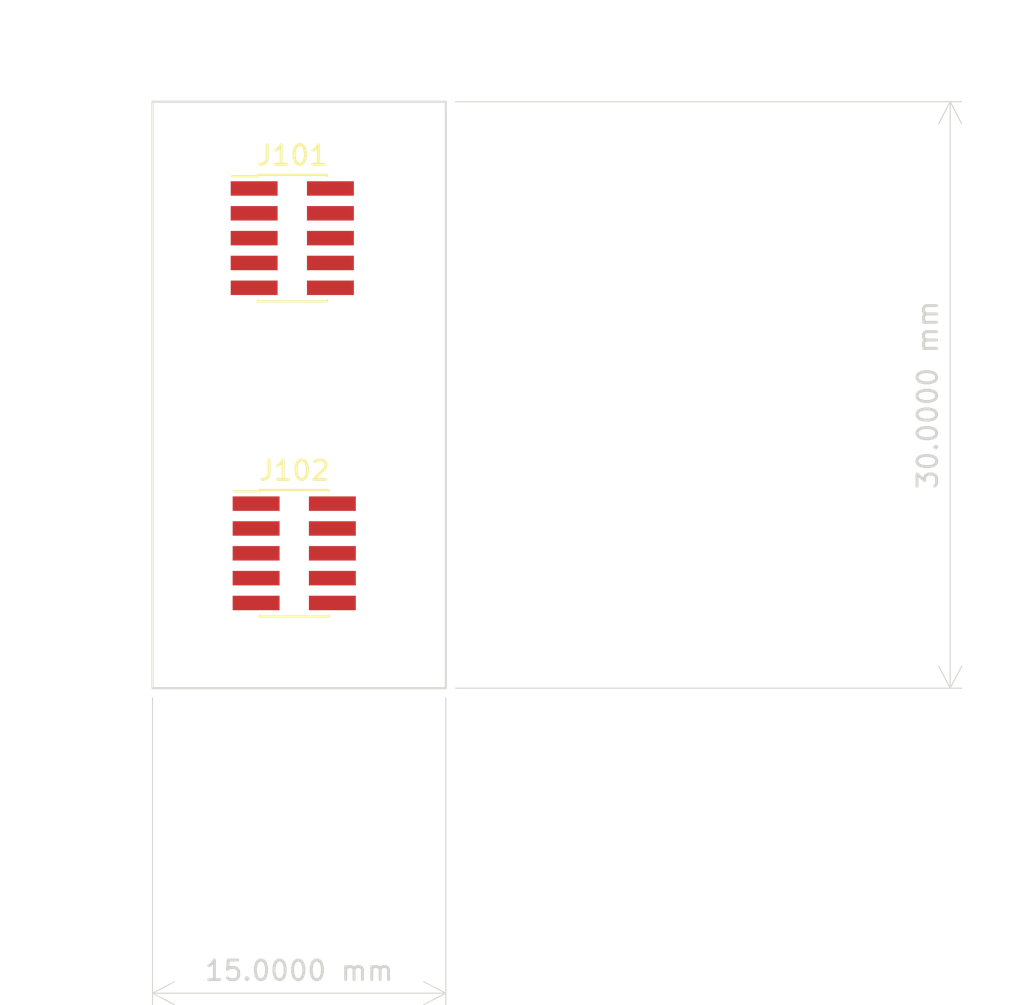
<source format=kicad_pcb>
(kicad_pcb (version 20240108) (generator "pcbnew") (generator_version "8.0")
  (layers (0 "F.Cu" signal) (31 "B.Cu" signal) (34 "B.Paste" user) (35 "F.Paste" user) (36 "B.SilkS" user "B.Silkscreen") (37 "F.SilkS" user "F.Silkscreen") (38 "B.Mask" user) (39 "F.Mask" user) (44 "Edge.Cuts" user))
  (net 0 "")
  (footprint "Connector_PinHeader_1.27mm:PinHeader_2x05_P1.27mm_Vertical_SMD" (layer "F.Cu") (at 175.55 74)
    (property "Reference" "J102" (at 0 -4.235 0) (layer "F.SilkS"))
    (property "Value" "Conn_02x05_Counter_Clockwise")
    (fp_line (start -3.09 -3.17) (end -1.765 -3.17) (stroke (width 0.12)) (layer "F.SilkS"))
    (fp_line (start -1.765 -3.235) (end -1.765 -3.17) (stroke (width 0.12)) (layer "F.SilkS"))
    (fp_line (start -1.765 -3.235) (end 1.765 -3.235) (stroke (width 0.12)) (layer "F.SilkS"))
    (fp_line (start -1.765 3.17) (end -1.765 3.235) (stroke (width 0.12)) (layer "F.SilkS"))
    (fp_line (start -1.765 3.235) (end 1.765 3.235) (stroke (width 0.12)) (layer "F.SilkS"))
    (fp_line (start 1.765 -3.235) (end 1.765 -3.17) (stroke (width 0.12)) (layer "F.SilkS"))
    (fp_line (start 1.765 3.17) (end 1.765 3.235) (stroke (width 0.12)) (layer "F.SilkS"))
    (pad "1" smd rect (at -1.95 -2.54) (size 2.4 0.74) (layers "F.Cu" "F.Paste" "F.Mask"))
    (pad "2" smd rect (at 1.95 -2.54) (size 2.4 0.74) (layers "F.Cu" "F.Paste" "F.Mask"))
    (pad "3" smd rect (at -1.95 -1.27) (size 2.4 0.74) (layers "F.Cu" "F.Paste" "F.Mask"))
    (pad "4" smd rect (at 1.95 -1.27) (size 2.4 0.74) (layers "F.Cu" "F.Paste" "F.Mask"))
    (pad "5" smd rect (at -1.95 0) (size 2.4 0.74) (layers "F.Cu" "F.Paste" "F.Mask"))
    (pad "6" smd rect (at 1.95 0) (size 2.4 0.74) (layers "F.Cu" "F.Paste" "F.Mask"))
    (pad "7" smd rect (at -1.95 1.27) (size 2.4 0.74) (layers "F.Cu" "F.Paste" "F.Mask"))
    (pad "8" smd rect (at 1.95 1.27) (size 2.4 0.74) (layers "F.Cu" "F.Paste" "F.Mask"))
    (pad "9" smd rect (at -1.95 2.54) (size 2.4 0.74) (layers "F.Cu" "F.Paste" "F.Mask"))
    (pad "10" smd rect (at 1.95 2.54) (size 2.4 0.74) (layers "F.Cu" "F.Paste" "F.Mask"))
  )
  (footprint "Connector_PinHeader_1.27mm:PinHeader_2x05_P1.27mm_Vertical_SMD" (layer "F.Cu") (at 175.45 57.88)
    (property "Reference" "J101" (at 0 -4.235 0) (layer "F.SilkS"))
    (property "Value" "Conn_02x05_Counter_Clockwise")
    (fp_line (start -3.09 -3.17) (end -1.765 -3.17) (stroke (width 0.12)) (layer "F.SilkS"))
    (fp_line (start -1.765 -3.235) (end -1.765 -3.17) (stroke (width 0.12)) (layer "F.SilkS"))
    (fp_line (start -1.765 -3.235) (end 1.765 -3.235) (stroke (width 0.12)) (layer "F.SilkS"))
    (fp_line (start -1.765 3.17) (end -1.765 3.235) (stroke (width 0.12)) (layer "F.SilkS"))
    (fp_line (start -1.765 3.235) (end 1.765 3.235) (stroke (width 0.12)) (layer "F.SilkS"))
    (fp_line (start 1.765 -3.235) (end 1.765 -3.17) (stroke (width 0.12)) (layer "F.SilkS"))
    (fp_line (start 1.765 3.17) (end 1.765 3.235) (stroke (width 0.12)) (layer "F.SilkS"))
    (pad "1" smd rect (at -1.95 -2.54) (size 2.4 0.74) (layers "F.Cu" "F.Paste" "F.Mask"))
    (pad "2" smd rect (at 1.95 -2.54) (size 2.4 0.74) (layers "F.Cu" "F.Paste" "F.Mask"))
    (pad "3" smd rect (at -1.95 -1.27) (size 2.4 0.74) (layers "F.Cu" "F.Paste" "F.Mask"))
    (pad "4" smd rect (at 1.95 -1.27) (size 2.4 0.74) (layers "F.Cu" "F.Paste" "F.Mask"))
    (pad "5" smd rect (at -1.95 0) (size 2.4 0.74) (layers "F.Cu" "F.Paste" "F.Mask"))
    (pad "6" smd rect (at 1.95 0) (size 2.4 0.74) (layers "F.Cu" "F.Paste" "F.Mask"))
    (pad "7" smd rect (at -1.95 1.27) (size 2.4 0.74) (layers "F.Cu" "F.Paste" "F.Mask"))
    (pad "8" smd rect (at 1.95 1.27) (size 2.4 0.74) (layers "F.Cu" "F.Paste" "F.Mask"))
    (pad "9" smd rect (at -1.95 2.54) (size 2.4 0.74) (layers "F.Cu" "F.Paste" "F.Mask"))
    (pad "10" smd rect (at 1.95 2.54) (size 2.4 0.74) (layers "F.Cu" "F.Paste" "F.Mask"))
  )
  (gr_rect (start 168.3 50.9) (end 183.3 80.9) (stroke (width 0.1)) (fill none) (layer "Edge.Cuts"))
  (dimension (type aligned) (layer "Edge.Cuts") (pts (xy 183.3 50.9) (xy 183.3 80.9)) (height -25.8) (gr_text "30.0000 mm" (at 207.95 65.9 90) (layer "Edge.Cuts") (effects (font (size 1 1) (thickness 0.15)))) (format (prefix "") (suffix "") (units 3) (units_format 1) (precision 4)) (style (thickness 0.05) (arrow_length 1.27) (text_position_mode 0) (extension_height 0.58642) (extension_offset 0.5) keep_text_aligned))
  (dimension (type aligned) (layer "Edge.Cuts") (pts (xy 168.3 80.9) (xy 183.3 80.9)) (height 15.6) (gr_text "15.0000 mm" (at 175.8 95.35 0) (layer "Edge.Cuts") (effects (font (size 1 1) (thickness 0.15)))) (format (prefix "") (suffix "") (units 3) (units_format 1) (precision 4)) (style (thickness 0.05) (arrow_length 1.27) (text_position_mode 0) (extension_height 0.58642) (extension_offset 0.5) keep_text_aligned))
)
</source>
